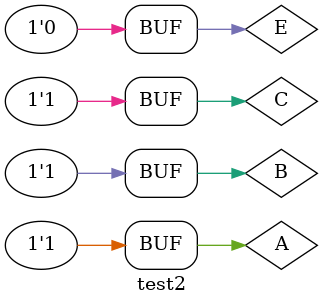
<source format=v>
`timescale 1ns / 1ps


module test2;

	// Inputs
	reg A;
	reg B;
	reg C;
	reg E;

	// Outputs
	wire D0;
	wire D1;
	wire D2;
	wire D3;
	wire D4;
	wire D5;
	wire D6;
	wire D7;

	// Instantiate the Unit Under Test (UUT)
	Decoder uut (
		.A(A), 
		.B(B), 
		.C(C), 
		.E(E), 
		.D0(D0), 
		.D1(D1), 
		.D2(D2), 
		.D3(D3), 
		.D4(D4), 
		.D5(D5), 
		.D6(D6), 
		.D7(D7)
	);

	initial begin
	E = 0;
	A = 0;
	B = 0;
	C = 0;
	#100
	$display("TC1");
	if(D0 != 1'b1)$display("Result is wrong");
	
	A = 0;
	B = 0;
	C = 1;
	#100
	$display("TC2");
	if(D1 != 1'b1)$display("Result is wrong");
	
	A = 0;
	B = 1;
	C = 0;
	#100
	$display("TC3");
	if(D2 != 1'b1)$display("Result is wrong");
	
	A = 0;
	B = 1;
	C = 1;
	#100
	$display("TC4");
	if(D3 != 1'b1)$display("Result is wrong");
	
	A = 1;
	B = 0;
	C = 0;
	#100
	$display("TC5");
	if(D4 != 1'b1)$display("Result is wrong");
	
	A = 1;
	B = 0;
	C = 1;
	#100
	$display("TC6");
	if(D5 != 1'b1)$display("Result is wrong");
	
	A = 1;
	B = 1;
	C = 0;
	#100
	$display("TC7");
	if(D6 != 1'b1)$display("Result is wrong");
	
	A = 1;
	B = 1;
	C = 1;
	#100
	$display("TC8");
	if(D7 != 1'b1)$display("Result is wrong");
	
end
	
	
      
endmodule


</source>
